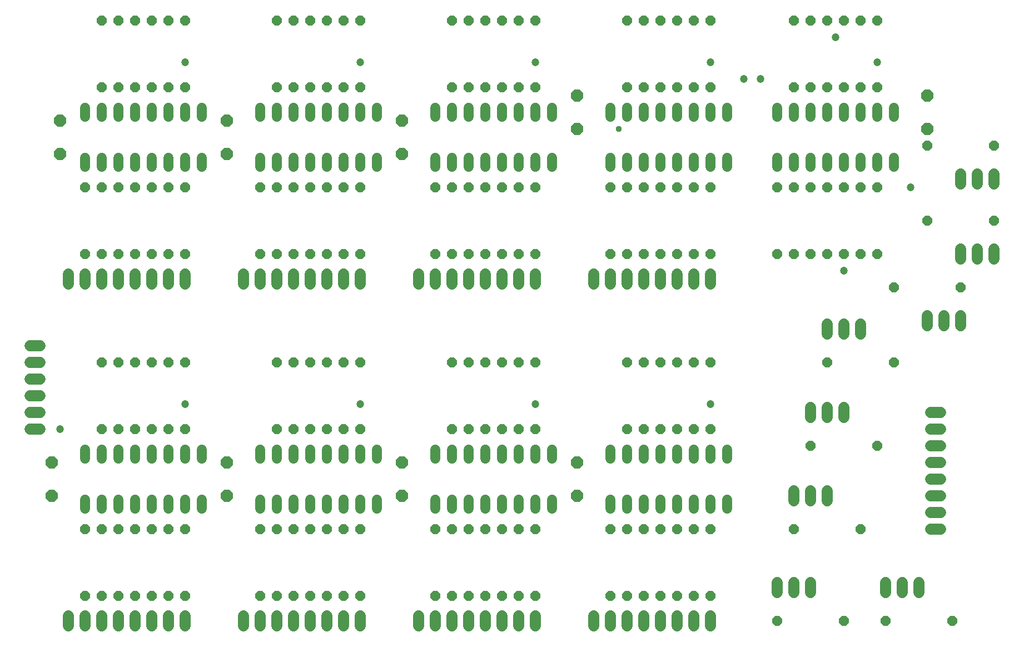
<source format=gbr>
G04 EAGLE Gerber RS-274X export*
G75*
%MOMM*%
%FSLAX34Y34*%
%LPD*%
%INSoldermask Top*%
%IPPOS*%
%AMOC8*
5,1,8,0,0,1.08239X$1,22.5*%
G01*
%ADD10C,1.524000*%
%ADD11C,1.727200*%
%ADD12P,1.649562X8X292.500000*%
%ADD13P,1.649562X8X22.500000*%
%ADD14P,1.649562X8X202.500000*%
%ADD15P,1.649562X8X112.500000*%
%ADD16P,1.951982X8X292.500000*%
%ADD17C,0.959600*%
%ADD18C,1.203200*%


D10*
X101600Y221996D02*
X101600Y235204D01*
X127000Y235204D02*
X127000Y221996D01*
X254000Y221996D02*
X254000Y235204D01*
X279400Y235204D02*
X279400Y221996D01*
X152400Y221996D02*
X152400Y235204D01*
X177800Y235204D02*
X177800Y221996D01*
X228600Y221996D02*
X228600Y235204D01*
X203200Y235204D02*
X203200Y221996D01*
X279400Y298196D02*
X279400Y311404D01*
X254000Y311404D02*
X254000Y298196D01*
X228600Y298196D02*
X228600Y311404D01*
X203200Y311404D02*
X203200Y298196D01*
X177800Y298196D02*
X177800Y311404D01*
X152400Y311404D02*
X152400Y298196D01*
X127000Y298196D02*
X127000Y311404D01*
X101600Y311404D02*
X101600Y298196D01*
X368300Y235204D02*
X368300Y221996D01*
X393700Y221996D02*
X393700Y235204D01*
X520700Y235204D02*
X520700Y221996D01*
X546100Y221996D02*
X546100Y235204D01*
X419100Y235204D02*
X419100Y221996D01*
X444500Y221996D02*
X444500Y235204D01*
X495300Y235204D02*
X495300Y221996D01*
X469900Y221996D02*
X469900Y235204D01*
X546100Y298196D02*
X546100Y311404D01*
X520700Y311404D02*
X520700Y298196D01*
X495300Y298196D02*
X495300Y311404D01*
X469900Y311404D02*
X469900Y298196D01*
X444500Y298196D02*
X444500Y311404D01*
X419100Y311404D02*
X419100Y298196D01*
X393700Y298196D02*
X393700Y311404D01*
X368300Y311404D02*
X368300Y298196D01*
X635000Y235204D02*
X635000Y221996D01*
X660400Y221996D02*
X660400Y235204D01*
X787400Y235204D02*
X787400Y221996D01*
X812800Y221996D02*
X812800Y235204D01*
X685800Y235204D02*
X685800Y221996D01*
X711200Y221996D02*
X711200Y235204D01*
X762000Y235204D02*
X762000Y221996D01*
X736600Y221996D02*
X736600Y235204D01*
X812800Y298196D02*
X812800Y311404D01*
X787400Y311404D02*
X787400Y298196D01*
X762000Y298196D02*
X762000Y311404D01*
X736600Y311404D02*
X736600Y298196D01*
X711200Y298196D02*
X711200Y311404D01*
X685800Y311404D02*
X685800Y298196D01*
X660400Y298196D02*
X660400Y311404D01*
X635000Y311404D02*
X635000Y298196D01*
X901700Y235204D02*
X901700Y221996D01*
X927100Y221996D02*
X927100Y235204D01*
X1054100Y235204D02*
X1054100Y221996D01*
X1079500Y221996D02*
X1079500Y235204D01*
X952500Y235204D02*
X952500Y221996D01*
X977900Y221996D02*
X977900Y235204D01*
X1028700Y235204D02*
X1028700Y221996D01*
X1003300Y221996D02*
X1003300Y235204D01*
X1079500Y298196D02*
X1079500Y311404D01*
X1054100Y311404D02*
X1054100Y298196D01*
X1028700Y298196D02*
X1028700Y311404D01*
X1003300Y311404D02*
X1003300Y298196D01*
X977900Y298196D02*
X977900Y311404D01*
X952500Y311404D02*
X952500Y298196D01*
X927100Y298196D02*
X927100Y311404D01*
X901700Y311404D02*
X901700Y298196D01*
X101600Y742696D02*
X101600Y755904D01*
X127000Y755904D02*
X127000Y742696D01*
X254000Y742696D02*
X254000Y755904D01*
X279400Y755904D02*
X279400Y742696D01*
X152400Y742696D02*
X152400Y755904D01*
X177800Y755904D02*
X177800Y742696D01*
X228600Y742696D02*
X228600Y755904D01*
X203200Y755904D02*
X203200Y742696D01*
X279400Y818896D02*
X279400Y832104D01*
X254000Y832104D02*
X254000Y818896D01*
X228600Y818896D02*
X228600Y832104D01*
X203200Y832104D02*
X203200Y818896D01*
X177800Y818896D02*
X177800Y832104D01*
X152400Y832104D02*
X152400Y818896D01*
X127000Y818896D02*
X127000Y832104D01*
X101600Y832104D02*
X101600Y818896D01*
X368300Y755904D02*
X368300Y742696D01*
X393700Y742696D02*
X393700Y755904D01*
X520700Y755904D02*
X520700Y742696D01*
X546100Y742696D02*
X546100Y755904D01*
X419100Y755904D02*
X419100Y742696D01*
X444500Y742696D02*
X444500Y755904D01*
X495300Y755904D02*
X495300Y742696D01*
X469900Y742696D02*
X469900Y755904D01*
X546100Y818896D02*
X546100Y832104D01*
X520700Y832104D02*
X520700Y818896D01*
X495300Y818896D02*
X495300Y832104D01*
X469900Y832104D02*
X469900Y818896D01*
X444500Y818896D02*
X444500Y832104D01*
X419100Y832104D02*
X419100Y818896D01*
X393700Y818896D02*
X393700Y832104D01*
X368300Y832104D02*
X368300Y818896D01*
X635000Y755904D02*
X635000Y742696D01*
X660400Y742696D02*
X660400Y755904D01*
X787400Y755904D02*
X787400Y742696D01*
X812800Y742696D02*
X812800Y755904D01*
X685800Y755904D02*
X685800Y742696D01*
X711200Y742696D02*
X711200Y755904D01*
X762000Y755904D02*
X762000Y742696D01*
X736600Y742696D02*
X736600Y755904D01*
X812800Y818896D02*
X812800Y832104D01*
X787400Y832104D02*
X787400Y818896D01*
X762000Y818896D02*
X762000Y832104D01*
X736600Y832104D02*
X736600Y818896D01*
X711200Y818896D02*
X711200Y832104D01*
X685800Y832104D02*
X685800Y818896D01*
X660400Y818896D02*
X660400Y832104D01*
X635000Y832104D02*
X635000Y818896D01*
X901700Y755904D02*
X901700Y742696D01*
X927100Y742696D02*
X927100Y755904D01*
X1054100Y755904D02*
X1054100Y742696D01*
X1079500Y742696D02*
X1079500Y755904D01*
X952500Y755904D02*
X952500Y742696D01*
X977900Y742696D02*
X977900Y755904D01*
X1028700Y755904D02*
X1028700Y742696D01*
X1003300Y742696D02*
X1003300Y755904D01*
X1079500Y818896D02*
X1079500Y832104D01*
X1054100Y832104D02*
X1054100Y818896D01*
X1028700Y818896D02*
X1028700Y832104D01*
X1003300Y832104D02*
X1003300Y818896D01*
X977900Y818896D02*
X977900Y832104D01*
X952500Y832104D02*
X952500Y818896D01*
X927100Y818896D02*
X927100Y832104D01*
X901700Y832104D02*
X901700Y818896D01*
X1155700Y755904D02*
X1155700Y742696D01*
X1181100Y742696D02*
X1181100Y755904D01*
X1308100Y755904D02*
X1308100Y742696D01*
X1333500Y742696D02*
X1333500Y755904D01*
X1206500Y755904D02*
X1206500Y742696D01*
X1231900Y742696D02*
X1231900Y755904D01*
X1282700Y755904D02*
X1282700Y742696D01*
X1257300Y742696D02*
X1257300Y755904D01*
X1333500Y818896D02*
X1333500Y832104D01*
X1308100Y832104D02*
X1308100Y818896D01*
X1282700Y818896D02*
X1282700Y832104D01*
X1257300Y832104D02*
X1257300Y818896D01*
X1231900Y818896D02*
X1231900Y832104D01*
X1206500Y832104D02*
X1206500Y818896D01*
X1181100Y818896D02*
X1181100Y832104D01*
X1155700Y832104D02*
X1155700Y818896D01*
D11*
X76200Y58420D02*
X76200Y43180D01*
X101600Y43180D02*
X101600Y58420D01*
X127000Y58420D02*
X127000Y43180D01*
X152400Y43180D02*
X152400Y58420D01*
X177800Y58420D02*
X177800Y43180D01*
X203200Y43180D02*
X203200Y58420D01*
X228600Y58420D02*
X228600Y43180D01*
X254000Y43180D02*
X254000Y58420D01*
X33020Y469900D02*
X17780Y469900D01*
X17780Y444500D02*
X33020Y444500D01*
X33020Y419100D02*
X17780Y419100D01*
X17780Y393700D02*
X33020Y393700D01*
X33020Y368300D02*
X17780Y368300D01*
X17780Y342900D02*
X33020Y342900D01*
X342900Y58420D02*
X342900Y43180D01*
X368300Y43180D02*
X368300Y58420D01*
X393700Y58420D02*
X393700Y43180D01*
X419100Y43180D02*
X419100Y58420D01*
X444500Y58420D02*
X444500Y43180D01*
X469900Y43180D02*
X469900Y58420D01*
X495300Y58420D02*
X495300Y43180D01*
X520700Y43180D02*
X520700Y58420D01*
X609600Y58420D02*
X609600Y43180D01*
X635000Y43180D02*
X635000Y58420D01*
X660400Y58420D02*
X660400Y43180D01*
X685800Y43180D02*
X685800Y58420D01*
X711200Y58420D02*
X711200Y43180D01*
X736600Y43180D02*
X736600Y58420D01*
X762000Y58420D02*
X762000Y43180D01*
X787400Y43180D02*
X787400Y58420D01*
X876300Y58420D02*
X876300Y43180D01*
X901700Y43180D02*
X901700Y58420D01*
X927100Y58420D02*
X927100Y43180D01*
X952500Y43180D02*
X952500Y58420D01*
X977900Y58420D02*
X977900Y43180D01*
X1003300Y43180D02*
X1003300Y58420D01*
X1028700Y58420D02*
X1028700Y43180D01*
X1054100Y43180D02*
X1054100Y58420D01*
X76200Y563880D02*
X76200Y579120D01*
X101600Y579120D02*
X101600Y563880D01*
X127000Y563880D02*
X127000Y579120D01*
X152400Y579120D02*
X152400Y563880D01*
X177800Y563880D02*
X177800Y579120D01*
X203200Y579120D02*
X203200Y563880D01*
X228600Y563880D02*
X228600Y579120D01*
X254000Y579120D02*
X254000Y563880D01*
X342900Y563880D02*
X342900Y579120D01*
X368300Y579120D02*
X368300Y563880D01*
X393700Y563880D02*
X393700Y579120D01*
X419100Y579120D02*
X419100Y563880D01*
X444500Y563880D02*
X444500Y579120D01*
X469900Y579120D02*
X469900Y563880D01*
X495300Y563880D02*
X495300Y579120D01*
X520700Y579120D02*
X520700Y563880D01*
X609600Y563880D02*
X609600Y579120D01*
X635000Y579120D02*
X635000Y563880D01*
X660400Y563880D02*
X660400Y579120D01*
X685800Y579120D02*
X685800Y563880D01*
X711200Y563880D02*
X711200Y579120D01*
X736600Y579120D02*
X736600Y563880D01*
X762000Y563880D02*
X762000Y579120D01*
X787400Y579120D02*
X787400Y563880D01*
X876300Y563880D02*
X876300Y579120D01*
X901700Y579120D02*
X901700Y563880D01*
X927100Y563880D02*
X927100Y579120D01*
X952500Y579120D02*
X952500Y563880D01*
X977900Y563880D02*
X977900Y579120D01*
X1003300Y579120D02*
X1003300Y563880D01*
X1028700Y563880D02*
X1028700Y579120D01*
X1054100Y579120D02*
X1054100Y563880D01*
X1389380Y190500D02*
X1404620Y190500D01*
X1404620Y215900D02*
X1389380Y215900D01*
X1389380Y241300D02*
X1404620Y241300D01*
X1404620Y266700D02*
X1389380Y266700D01*
X1389380Y292100D02*
X1404620Y292100D01*
X1404620Y317500D02*
X1389380Y317500D01*
X1389380Y342900D02*
X1404620Y342900D01*
X1404620Y368300D02*
X1389380Y368300D01*
X1181100Y248920D02*
X1181100Y233680D01*
X1206500Y233680D02*
X1206500Y248920D01*
X1231900Y248920D02*
X1231900Y233680D01*
X1206500Y360680D02*
X1206500Y375920D01*
X1231900Y375920D02*
X1231900Y360680D01*
X1257300Y360680D02*
X1257300Y375920D01*
X1231900Y487680D02*
X1231900Y502920D01*
X1257300Y502920D02*
X1257300Y487680D01*
X1282700Y487680D02*
X1282700Y502920D01*
X1435100Y500380D02*
X1435100Y515620D01*
X1409700Y515620D02*
X1409700Y500380D01*
X1384300Y500380D02*
X1384300Y515620D01*
X1320800Y109220D02*
X1320800Y93980D01*
X1346200Y93980D02*
X1346200Y109220D01*
X1371600Y109220D02*
X1371600Y93980D01*
X1155700Y93980D02*
X1155700Y109220D01*
X1181100Y109220D02*
X1181100Y93980D01*
X1206500Y93980D02*
X1206500Y109220D01*
X1485900Y716280D02*
X1485900Y731520D01*
X1460500Y731520D02*
X1460500Y716280D01*
X1435100Y716280D02*
X1435100Y731520D01*
X1485900Y617220D02*
X1485900Y601980D01*
X1460500Y601980D02*
X1460500Y617220D01*
X1435100Y617220D02*
X1435100Y601980D01*
D12*
X152400Y444500D03*
X152400Y342900D03*
X203200Y190500D03*
X203200Y88900D03*
X1231900Y965200D03*
X1231900Y863600D03*
X1181100Y711200D03*
X1181100Y609600D03*
D13*
X1181100Y190500D03*
X1282700Y190500D03*
D12*
X1206500Y711200D03*
X1206500Y609600D03*
D13*
X1206500Y317500D03*
X1308100Y317500D03*
D12*
X1231900Y711200D03*
X1231900Y609600D03*
D13*
X1231900Y444500D03*
X1333500Y444500D03*
D12*
X1257300Y711200D03*
X1257300Y609600D03*
D14*
X1435100Y558800D03*
X1333500Y558800D03*
D15*
X1181100Y863600D03*
X1181100Y965200D03*
D12*
X228600Y190500D03*
X228600Y88900D03*
D13*
X1320800Y50800D03*
X1422400Y50800D03*
D12*
X1155700Y711200D03*
X1155700Y609600D03*
D13*
X1155700Y50800D03*
X1257300Y50800D03*
D12*
X1282700Y711200D03*
X1282700Y609600D03*
D14*
X1485900Y774700D03*
X1384300Y774700D03*
D12*
X1308100Y711200D03*
X1308100Y609600D03*
D14*
X1485900Y660400D03*
X1384300Y660400D03*
D12*
X203200Y444500D03*
X203200Y342900D03*
X520700Y444500D03*
X520700Y342900D03*
X469900Y444500D03*
X469900Y342900D03*
X254000Y190500D03*
X254000Y88900D03*
X520700Y965200D03*
X520700Y863600D03*
X469900Y965200D03*
X469900Y863600D03*
X787400Y965200D03*
X787400Y863600D03*
X736600Y965200D03*
X736600Y863600D03*
X1054100Y965200D03*
X1054100Y863600D03*
X1003300Y965200D03*
X1003300Y863600D03*
X419100Y444500D03*
X419100Y342900D03*
X495300Y444500D03*
X495300Y342900D03*
X1308100Y965200D03*
X1308100Y863600D03*
X444500Y444500D03*
X444500Y342900D03*
D15*
X393700Y342900D03*
X393700Y444500D03*
D12*
X368300Y190500D03*
X368300Y88900D03*
X393700Y190500D03*
X393700Y88900D03*
X228600Y444500D03*
X228600Y342900D03*
X419100Y190500D03*
X419100Y88900D03*
X444500Y190500D03*
X444500Y88900D03*
X469900Y190500D03*
X469900Y88900D03*
X495300Y190500D03*
X495300Y88900D03*
X520700Y190500D03*
X520700Y88900D03*
X685800Y444500D03*
X685800Y342900D03*
X762000Y444500D03*
X762000Y342900D03*
X1257300Y965200D03*
X1257300Y863600D03*
X711200Y444500D03*
X711200Y342900D03*
D15*
X660400Y342900D03*
X660400Y444500D03*
D12*
X254000Y444500D03*
X254000Y342900D03*
X635000Y190500D03*
X635000Y88900D03*
X660400Y190500D03*
X660400Y88900D03*
X685800Y190500D03*
X685800Y88900D03*
X711200Y190500D03*
X711200Y88900D03*
X736600Y190500D03*
X736600Y88900D03*
X762000Y190500D03*
X762000Y88900D03*
X787400Y190500D03*
X787400Y88900D03*
X952500Y444500D03*
X952500Y342900D03*
X1028700Y444500D03*
X1028700Y342900D03*
X787400Y444500D03*
X787400Y342900D03*
X177800Y444500D03*
X177800Y342900D03*
X977900Y444500D03*
X977900Y342900D03*
D15*
X927100Y342900D03*
X927100Y444500D03*
D12*
X901700Y190500D03*
X901700Y88900D03*
X927100Y190500D03*
X927100Y88900D03*
X952500Y190500D03*
X952500Y88900D03*
X977900Y190500D03*
X977900Y88900D03*
X1003300Y190500D03*
X1003300Y88900D03*
X1028700Y190500D03*
X1028700Y88900D03*
X1054100Y190500D03*
X1054100Y88900D03*
X152400Y965200D03*
X152400Y863600D03*
D15*
X127000Y342900D03*
X127000Y444500D03*
D12*
X228600Y965200D03*
X228600Y863600D03*
X736600Y444500D03*
X736600Y342900D03*
X177800Y965200D03*
X177800Y863600D03*
D15*
X127000Y863600D03*
X127000Y965200D03*
D12*
X101600Y711200D03*
X101600Y609600D03*
X127000Y711200D03*
X127000Y609600D03*
X152400Y711200D03*
X152400Y609600D03*
X177800Y711200D03*
X177800Y609600D03*
X203200Y711200D03*
X203200Y609600D03*
X228600Y711200D03*
X228600Y609600D03*
X101600Y190500D03*
X101600Y88900D03*
X254000Y711200D03*
X254000Y609600D03*
X419100Y965200D03*
X419100Y863600D03*
X495300Y965200D03*
X495300Y863600D03*
X1054100Y444500D03*
X1054100Y342900D03*
X444500Y965200D03*
X444500Y863600D03*
D15*
X393700Y863600D03*
X393700Y965200D03*
D12*
X368300Y711200D03*
X368300Y609600D03*
X393700Y711200D03*
X393700Y609600D03*
X419100Y711200D03*
X419100Y609600D03*
X444500Y711200D03*
X444500Y609600D03*
X127000Y190500D03*
X127000Y88900D03*
X469900Y711200D03*
X469900Y609600D03*
X495300Y711200D03*
X495300Y609600D03*
X520700Y711200D03*
X520700Y609600D03*
X685800Y965200D03*
X685800Y863600D03*
X762000Y965200D03*
X762000Y863600D03*
X1003300Y444500D03*
X1003300Y342900D03*
X711200Y965200D03*
X711200Y863600D03*
D15*
X660400Y863600D03*
X660400Y965200D03*
D12*
X635000Y711200D03*
X635000Y609600D03*
X660400Y711200D03*
X660400Y609600D03*
X152400Y190500D03*
X152400Y88900D03*
X685800Y711200D03*
X685800Y609600D03*
X711200Y711200D03*
X711200Y609600D03*
X736600Y711200D03*
X736600Y609600D03*
X762000Y711200D03*
X762000Y609600D03*
X787400Y711200D03*
X787400Y609600D03*
X952500Y965200D03*
X952500Y863600D03*
X1028700Y965200D03*
X1028700Y863600D03*
X254000Y965200D03*
X254000Y863600D03*
X977900Y965200D03*
X977900Y863600D03*
D15*
X927100Y863600D03*
X927100Y965200D03*
D12*
X177800Y190500D03*
X177800Y88900D03*
X901700Y711200D03*
X901700Y609600D03*
X927100Y711200D03*
X927100Y609600D03*
X952500Y711200D03*
X952500Y609600D03*
X977900Y711200D03*
X977900Y609600D03*
X1003300Y711200D03*
X1003300Y609600D03*
X1028700Y711200D03*
X1028700Y609600D03*
X1054100Y711200D03*
X1054100Y609600D03*
X1206500Y965200D03*
X1206500Y863600D03*
X1282700Y965200D03*
X1282700Y863600D03*
X203200Y965200D03*
X203200Y863600D03*
D16*
X50800Y292100D03*
X50800Y241300D03*
X317500Y292100D03*
X317500Y241300D03*
X584200Y292100D03*
X584200Y241300D03*
X850900Y292100D03*
X850900Y241300D03*
X63500Y812800D03*
X63500Y762000D03*
X317500Y812800D03*
X317500Y762000D03*
X584200Y812800D03*
X584200Y762000D03*
X850900Y850900D03*
X850900Y800100D03*
X1384300Y850900D03*
X1384300Y800100D03*
D17*
X914400Y800100D03*
D18*
X1244600Y939800D03*
X1358900Y711200D03*
X1257300Y584200D03*
X787400Y381000D03*
X1054100Y381000D03*
X254000Y381000D03*
X520700Y381000D03*
X63500Y342900D03*
X254000Y901700D03*
X520700Y901700D03*
X787400Y901700D03*
X1054100Y901700D03*
X1308100Y901700D03*
X1104900Y876300D03*
X1130300Y876300D03*
M02*

</source>
